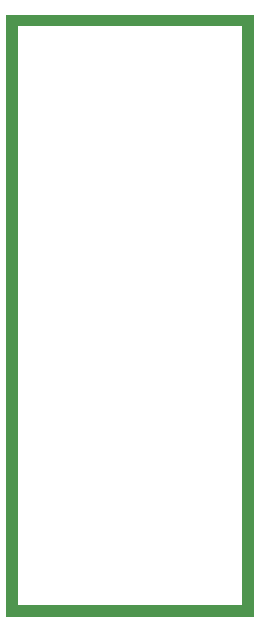
<source format=gbr>
G04TEST8*
%FSLAX26Y26*%
%MOMM*%
%TF.CreationDate,2025-01-23T18:08:56+08*%
G01*
G75*
%ADD011R,1.000000X1.000000*%
D011*
X-10000000Y-30000000D02*
G01*
X10000000D01*
Y20000000D01*
X-10000000D01*
Y-30000000D01*
M02*

</source>
